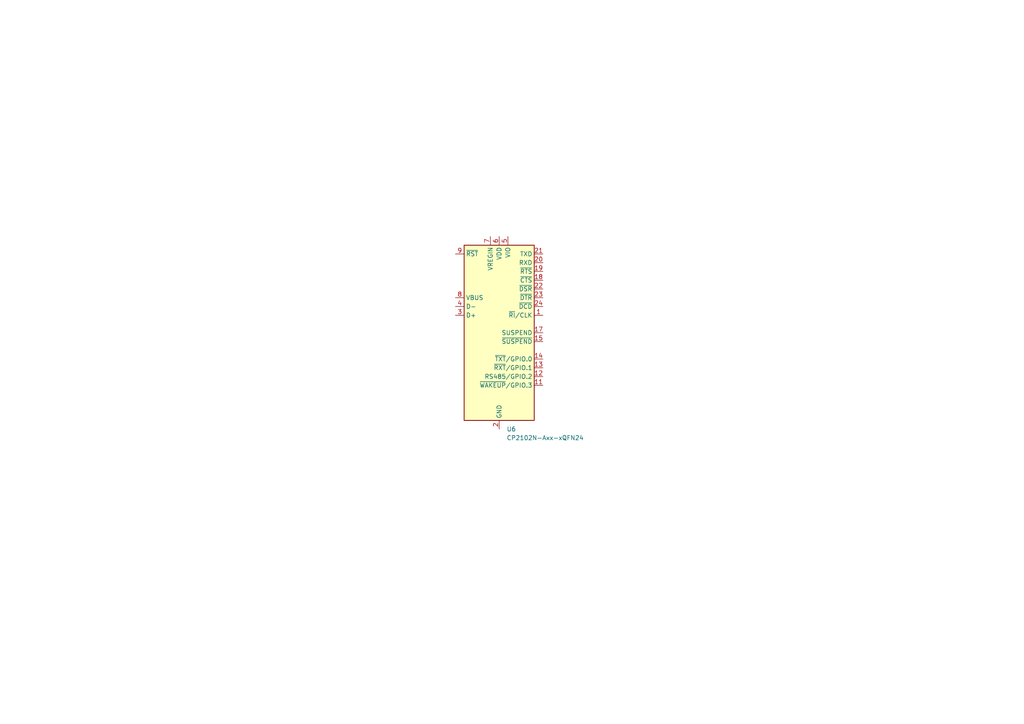
<source format=kicad_sch>
(kicad_sch (version 20250114) (generator "eeschema") (generator_version "9.0")
  (paper "A4")
  (lib_symbols
    (symbol "Interface_USB:CP2102N-Axx-xQFN24"
      (property "Reference" "U" (at -8.89 26.67 0))
      (property "Value" "CP2102N-Axx-xQFN24" (at 13.97 26.67 0))
      (symbol "CP2102N-Axx-xQFN24_0_1"
        (rectangle (start -10.16 25.4) (end 10.16 -25.4) (stroke (width 0.254)) (fill (type background)))
      )
      (symbol "CP2102N-Axx-xQFN24_1_1"
        (pin input line (at -12.7 22.86 0) (length 2.54) (name "~{RST}") (number "9"))
        (pin input line (at -12.7 10.16 0) (length 2.54) (name "VBUS") (number "8"))
        (pin bidirectional line (at -12.7 7.62 0) (length 2.54) (name "D-") (number "4"))
        (pin bidirectional line (at -12.7 5.08 0) (length 2.54) (name "D+") (number "3"))
        (pin no_connect line (at -10.16 -22.86 0) (length 2.54) (hide yes) (name "NC") (number "10"))
        (pin power_in line (at -2.54 27.94 270) (length 2.54) (name "VREGIN") (number "7"))
        (pin power_in line (at 0 27.94 270) (length 2.54) (name "VDD") (number "6"))
        (pin power_in line (at 0 -27.94 90) (length 2.54) (name "GND") (number "2"))
        (pin passive line (at 0 -27.94 90) (length 2.54) (hide yes) (name "GND") (number "25"))
        (pin power_in line (at 2.54 27.94 270) (length 2.54) (name "VIO") (number "5"))
        (pin no_connect line (at 10.16 -22.86 180) (length 2.54) (hide yes) (name "NC") (number "16"))
        (pin output line (at 12.7 22.86 180) (length 2.54) (name "TXD") (number "21"))
        (pin input line (at 12.7 20.32 180) (length 2.54) (name "RXD") (number "20"))
        (pin output line (at 12.7 17.78 180) (length 2.54) (name "~{RTS}") (number "19"))
        (pin input line (at 12.7 15.24 180) (length 2.54) (name "~{CTS}") (number "18"))
        (pin input line (at 12.7 12.7 180) (length 2.54) (name "~{DSR}") (number "22"))
        (pin output line (at 12.7 10.16 180) (length 2.54) (name "~{DTR}") (number "23"))
        (pin input line (at 12.7 7.62 180) (length 2.54) (name "~{DCD}") (number "24"))
        (pin bidirectional line (at 12.7 5.08 180) (length 2.54) (name "~{RI}/CLK") (number "1"))
        (pin output line (at 12.7 0 180) (length 2.54) (name "SUSPEND") (number "17"))
        (pin output line (at 12.7 -2.54 180) (length 2.54) (name "~{SUSPEND}") (number "15"))
        (pin bidirectional line (at 12.7 -7.62 180) (length 2.54) (name "~{TXT}/GPIO.0") (number "14"))
        (pin bidirectional line (at 12.7 -10.16 180) (length 2.54) (name "~{RXT}/GPIO.1") (number "13"))
        (pin bidirectional line (at 12.7 -12.7 180) (length 2.54) (name "RS485/GPIO.2") (number "12"))
        (pin bidirectional line (at 12.7 -15.24 180) (length 2.54) (name "~{WAKEUP}/GPIO.3") (number "11"))
      )
    )
  )
  (symbol (lib_id "Interface_USB:CP2102N-Axx-xQFN24") (at 144.78 96.52 0) (unit 1)
    (property "Reference" "U6" (at 146.9233 124.46 0) (effects (justify left)))
    (property "Value" "CP2102N-Axx-xQFN24" (at 146.9233 127 0) (effects (justify left)))
    (property "Footprint" "Package_DFN_QFN:SiliconLabs_QFN-20-1EP_3x3mm_P0.5mm_EP1.8x1.8mm" (effects (hide yes)))
    (property "Datasheet" "https://www.silabs.com/documents/public/data-sheets/cp2102n-datasheet.pdf" (effects (hide yes)))
    (property "Description" "USB to UART master bridge, QFN-24" (effects (hide yes)))
  )
)
</source>
